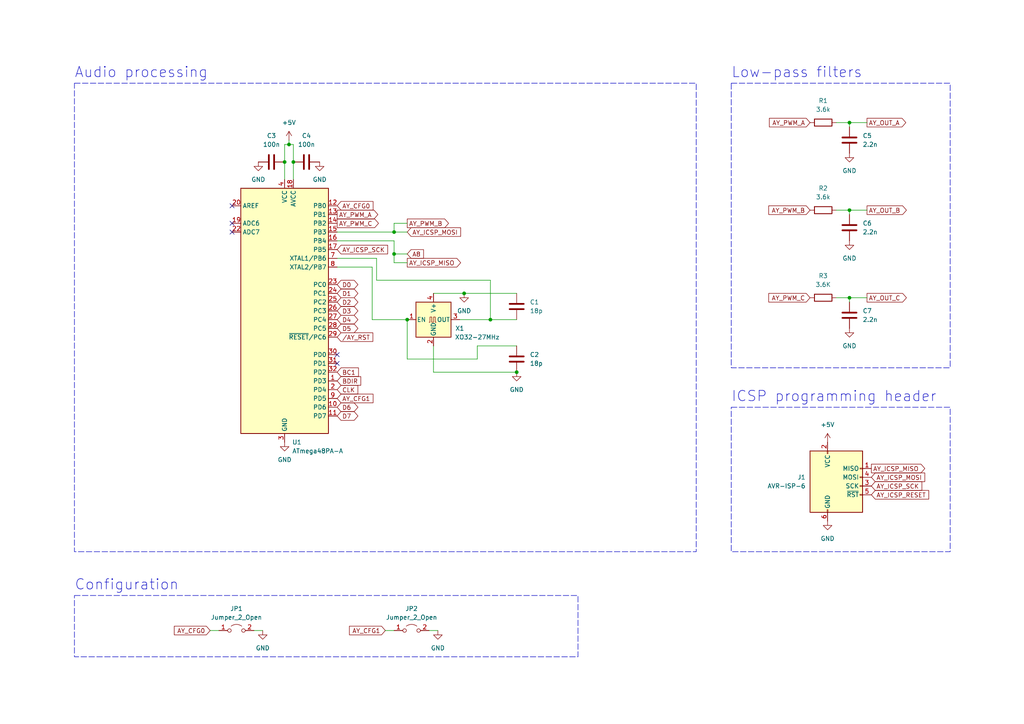
<source format=kicad_sch>
(kicad_sch (version 20230121) (generator eeschema)
  (paper "A4")
  (title_block (title "XANTRONIX Z128 Mainboard—AY-3-8192 Emulation") (company "XANTRONIX Computer"))
  (lib_symbols
    (symbol "Connector:AVR-ISP-6" (pin_names (offset 1.016))
      (property "Reference" "J" (at -6.35 11.43 0))
      (property "Value" "AVR-ISP-6" (at 0 11.43 0))
      (symbol "AVR-ISP-6_0_1"
        (rectangle (start -2.667 -6.858) (end -2.413 -7.62))
        (rectangle (start -2.667 10.16) (end -2.413 9.398))
        (rectangle (start 7.62 -2.413) (end 6.858 -2.667))
        (rectangle (start 7.62 0.127) (end 6.858 -0.127))
        (rectangle (start 7.62 2.667) (end 6.858 2.413))
        (rectangle (start 7.62 5.207) (end 6.858 4.953))
        (rectangle (start 7.62 10.16) (end -7.62 -7.62) (stroke (width 0.254)) (fill (type background)))
      )
      (symbol "AVR-ISP-6_1_1"
        (pin passive line (at 10.16 5.08 180) (length 2.54) (name "MISO") (number "1"))
        (pin passive line (at -2.54 12.7 270) (length 2.54) (name "VCC") (number "2"))
        (pin passive line (at 10.16 0 180) (length 2.54) (name "SCK") (number "3"))
        (pin passive line (at 10.16 2.54 180) (length 2.54) (name "MOSI") (number "4"))
        (pin passive line (at 10.16 -2.54 180) (length 2.54) (name "~{RST}") (number "5"))
        (pin passive line (at -2.54 -10.16 90) (length 2.54) (name "GND") (number "6"))
      )
    )
    (symbol "Device:C" (pin_numbers hide) (pin_names (offset 0.254))
      (property "Reference" "C" (at 0.635 2.54 0))
      (property "Value" "C" (at 0.635 -2.54 0))
      (symbol "C_0_1"
        (polyline (pts (xy -2.032 -0.762) (xy 2.032 -0.762)) (stroke (width 0.508)))
        (polyline (pts (xy -2.032 0.762) (xy 2.032 0.762)) (stroke (width 0.508)))
      )
      (symbol "C_1_1"
        (pin passive line (at 0 3.81 270) (length 2.794) (name "~") (number "1"))
        (pin passive line (at 0 -3.81 90) (length 2.794) (name "~") (number "2"))
      )
    )
    (symbol "Device:R" (pin_numbers hide) (pin_names (offset 0))
      (property "Reference" "R" (at 2.032 0 90))
      (property "Value" "R" (at 0 0 90))
      (symbol "R_0_1"
        (rectangle (start -1.016 -2.54) (end 1.016 2.54) (stroke (width 0.254)))
      )
      (symbol "R_1_1"
        (pin passive line (at 0 3.81 270) (length 1.27) (name "~") (number "1"))
        (pin passive line (at 0 -3.81 90) (length 1.27) (name "~") (number "2"))
      )
    )
    (symbol "Jumper:Jumper_2_Open" (pin_names (offset 0) hide)
      (property "Reference" "JP" (at 0 2.794 0))
      (property "Value" "Jumper_2_Open" (at 0 -2.286 0))
      (symbol "Jumper_2_Open_0_0"
        (circle (center -2.032 0) (radius 0.508))
        (circle (center 2.032 0) (radius 0.508))
      )
      (symbol "Jumper_2_Open_0_1"
        (arc (start 1.524 1.27) (mid 0 1.778) (end -1.524 1.27))
      )
      (symbol "Jumper_2_Open_1_1"
        (pin passive line (at -5.08 0 0) (length 2.54) (name "A") (number "1"))
        (pin passive line (at 5.08 0 180) (length 2.54) (name "B") (number "2"))
      )
    )
    (symbol "MCU_Microchip_ATmega:ATmega48PA-A"
      (property "Reference" "U" (at -12.7 36.83 0))
      (property "Value" "ATmega48PA-A" (at 2.54 -36.83 0))
      (symbol "ATmega48PA-A_0_1"
        (rectangle (start -12.7 -35.56) (end 12.7 35.56) (stroke (width 0.254)) (fill (type background)))
      )
      (symbol "ATmega48PA-A_1_1"
        (pin bidirectional line (at 15.24 -20.32 180) (length 2.54) (name "PD3") (number "1"))
        (pin bidirectional line (at 15.24 -27.94 180) (length 2.54) (name "PD6") (number "10"))
        (pin bidirectional line (at 15.24 -30.48 180) (length 2.54) (name "PD7") (number "11"))
        (pin bidirectional line (at 15.24 30.48 180) (length 2.54) (name "PB0") (number "12"))
        (pin bidirectional line (at 15.24 27.94 180) (length 2.54) (name "PB1") (number "13"))
        (pin bidirectional line (at 15.24 25.4 180) (length 2.54) (name "PB2") (number "14"))
        (pin bidirectional line (at 15.24 22.86 180) (length 2.54) (name "PB3") (number "15"))
        (pin bidirectional line (at 15.24 20.32 180) (length 2.54) (name "PB4") (number "16"))
        (pin bidirectional line (at 15.24 17.78 180) (length 2.54) (name "PB5") (number "17"))
        (pin power_in line (at 2.54 38.1 270) (length 2.54) (name "AVCC") (number "18"))
        (pin input line (at -15.24 25.4 0) (length 2.54) (name "ADC6") (number "19"))
        (pin bidirectional line (at 15.24 -22.86 180) (length 2.54) (name "PD4") (number "2"))
        (pin passive line (at -15.24 30.48 0) (length 2.54) (name "AREF") (number "20"))
        (pin passive line (at 0 -38.1 90) (length 2.54) hide (name "GND") (number "21"))
        (pin input line (at -15.24 22.86 0) (length 2.54) (name "ADC7") (number "22"))
        (pin bidirectional line (at 15.24 7.62 180) (length 2.54) (name "PC0") (number "23"))
        (pin bidirectional line (at 15.24 5.08 180) (length 2.54) (name "PC1") (number "24"))
        (pin bidirectional line (at 15.24 2.54 180) (length 2.54) (name "PC2") (number "25"))
        (pin bidirectional line (at 15.24 0 180) (length 2.54) (name "PC3") (number "26"))
        (pin bidirectional line (at 15.24 -2.54 180) (length 2.54) (name "PC4") (number "27"))
        (pin bidirectional line (at 15.24 -5.08 180) (length 2.54) (name "PC5") (number "28"))
        (pin bidirectional line (at 15.24 -7.62 180) (length 2.54) (name "~{RESET}/PC6") (number "29"))
        (pin power_in line (at 0 -38.1 90) (length 2.54) (name "GND") (number "3"))
        (pin bidirectional line (at 15.24 -12.7 180) (length 2.54) (name "PD0") (number "30"))
        (pin bidirectional line (at 15.24 -15.24 180) (length 2.54) (name "PD1") (number "31"))
        (pin bidirectional line (at 15.24 -17.78 180) (length 2.54) (name "PD2") (number "32"))
        (pin power_in line (at 0 38.1 270) (length 2.54) (name "VCC") (number "4"))
        (pin passive line (at 0 -38.1 90) (length 2.54) hide (name "GND") (number "5"))
        (pin passive line (at 0 38.1 270) (length 2.54) hide (name "VCC") (number "6"))
        (pin bidirectional line (at 15.24 15.24 180) (length 2.54) (name "XTAL1/PB6") (number "7"))
        (pin bidirectional line (at 15.24 12.7 180) (length 2.54) (name "XTAL2/PB7") (number "8"))
        (pin bidirectional line (at 15.24 -25.4 180) (length 2.54) (name "PD5") (number "9"))
      )
    )
    (symbol "Oscillator:XO32" (pin_names (offset 0.254))
      (property "Reference" "X" (at -5.08 6.35 0))
      (property "Value" "XO32" (at 1.27 -6.35 0))
      (symbol "XO32_0_1"
        (rectangle (start -5.08 5.08) (end 5.08 -5.08) (stroke (width 0.254)) (fill (type background)))
        (polyline (pts (xy -1.27 -0.762) (xy -1.016 -0.762) (xy -1.016 0.762) (xy -0.508 0.762) (xy -0.508 -0.762) (xy 0 -0.762) (xy 0 0.762) (xy 0.508 0.762) (xy 0.508 -0.762) (xy 0.762 -0.762)))
      )
      (symbol "XO32_1_1"
        (pin input line (at -7.62 0 0) (length 2.54) (name "EN") (number "1"))
        (pin power_in line (at 0 -7.62 90) (length 2.54) (name "GND") (number "2"))
        (pin output line (at 7.62 0 180) (length 2.54) (name "OUT") (number "3"))
        (pin power_in line (at 0 7.62 270) (length 2.54) (name "V+") (number "4"))
      )
    )
    (symbol "power:+5V" (power) (pin_names (offset 0))
      (property "Value" "+5V" (at 0 3.556 0))
      (symbol "+5V_0_1"
        (polyline (pts (xy -0.762 1.27) (xy 0 2.54)))
        (polyline (pts (xy 0 0) (xy 0 2.54)))
        (polyline (pts (xy 0 2.54) (xy 0.762 1.27)))
      )
      (symbol "+5V_1_1"
        (pin power_in line (at 0 0 90) (length 0) hide (name "+5V") (number "1"))
      )
    )
    (symbol "power:GND" (power) (pin_names (offset 0))
      (property "Value" "GND" (at 0 -3.81 0))
      (symbol "GND_0_1"
        (polyline (pts (xy 0 0) (xy 0 -1.27) (xy 1.27 -1.27) (xy 0 -2.54) (xy -1.27 -1.27) (xy 0 -1.27)))
      )
      (symbol "GND_1_1"
        (pin power_in line (at 0 0 270) (length 0) hide (name "GND") (number "1"))
      )
    )
  )
  (junction (at 82.55 46.99))
  (junction (at 85.09 46.99))
  (junction (at 134.62 85.09))
  (junction (at 149.86 107.95))
  (junction (at 246.38 60.96))
  (junction (at 246.38 86.36))
  (junction (at 114.3 67.31))
  (junction (at 83.82 41.91))
  (junction (at 246.38 35.56))
  (junction (at 142.24 92.71))
  (junction (at 118.11 92.71))
  (junction (at 114.3 73.66))
  (no_connect (at 67.31 59.69))
  (no_connect (at 67.31 64.77))
  (no_connect (at 97.79 105.41))
  (no_connect (at 67.31 67.31))
  (no_connect (at 97.79 102.87))
  (wire (pts (xy 118.11 92.71) (xy 118.11 104.14)))
  (wire (pts (xy 246.38 60.96) (xy 251.46 60.96)))
  (wire (pts (xy 107.95 77.47) (xy 107.95 92.71)))
  (wire (pts (xy 82.55 46.99) (xy 82.55 41.91)))
  (wire (pts (xy 82.55 46.99) (xy 82.55 52.07)))
  (wire (pts (xy 82.55 41.91) (xy 83.82 41.91)))
  (wire (pts (xy 109.22 81.28) (xy 142.24 81.28)))
  (wire (pts (xy 246.38 60.96) (xy 246.38 62.23)))
  (wire (pts (xy 242.57 86.36) (xy 246.38 86.36)))
  (wire (pts (xy 97.79 77.47) (xy 107.95 77.47)))
  (wire (pts (xy 114.3 73.66) (xy 118.11 73.66)))
  (wire (pts (xy 142.24 81.28) (xy 142.24 92.71)))
  (wire (pts (xy 149.86 107.95) (xy 125.73 107.95)))
  (wire (pts (xy 114.3 73.66) (xy 114.3 76.2)))
  (wire (pts (xy 83.82 40.64) (xy 83.82 41.91)))
  (wire (pts (xy 97.79 69.85) (xy 114.3 69.85)))
  (wire (pts (xy 134.62 85.09) (xy 149.86 85.09)))
  (wire (pts (xy 142.24 92.71) (xy 133.35 92.71)))
  (wire (pts (xy 246.38 86.36) (xy 251.46 86.36)))
  (wire (pts (xy 85.09 46.99) (xy 85.09 52.07)))
  (wire (pts (xy 118.11 104.14) (xy 138.43 104.14)))
  (wire (pts (xy 73.66 182.88) (xy 76.2 182.88)))
  (wire (pts (xy 142.24 92.71) (xy 149.86 92.71)))
  (wire (pts (xy 114.3 67.31) (xy 114.3 64.77)))
  (wire (pts (xy 246.38 35.56) (xy 246.38 36.83)))
  (wire (pts (xy 114.3 69.85) (xy 114.3 73.66)))
  (wire (pts (xy 125.73 107.95) (xy 125.73 100.33)))
  (wire (pts (xy 246.38 86.36) (xy 246.38 87.63)))
  (wire (pts (xy 138.43 100.33) (xy 149.86 100.33)))
  (wire (pts (xy 124.46 182.88) (xy 127 182.88)))
  (wire (pts (xy 246.38 35.56) (xy 251.46 35.56)))
  (wire (pts (xy 111.76 182.88) (xy 114.3 182.88)))
  (wire (pts (xy 97.79 67.31) (xy 114.3 67.31)))
  (wire (pts (xy 242.57 35.56) (xy 246.38 35.56)))
  (wire (pts (xy 114.3 76.2) (xy 118.11 76.2)))
  (wire (pts (xy 83.82 41.91) (xy 85.09 41.91)))
  (wire (pts (xy 114.3 67.31) (xy 118.11 67.31)))
  (wire (pts (xy 138.43 104.14) (xy 138.43 100.33)))
  (wire (pts (xy 109.22 74.93) (xy 109.22 81.28)))
  (wire (pts (xy 85.09 41.91) (xy 85.09 46.99)))
  (wire (pts (xy 60.96 182.88) (xy 63.5 182.88)))
  (wire (pts (xy 125.73 85.09) (xy 134.62 85.09)))
  (wire (pts (xy 114.3 64.77) (xy 118.11 64.77)))
  (wire (pts (xy 242.57 60.96) (xy 246.38 60.96)))
  (wire (pts (xy 107.95 92.71) (xy 118.11 92.71)))
  (wire (pts (xy 97.79 74.93) (xy 109.22 74.93)))
  (rectangle (start 212.09 118.11) (end 275.59 160.02) (stroke (width 0) (type dash)))
  (rectangle (start 21.59 24.13) (end 201.93 160.02) (stroke (width 0) (type dash)))
  (rectangle (start 212.09 24.13) (end 275.59 106.68) (stroke (width 0) (type dash)))
  (rectangle (start 21.59 172.72) (end 167.64 190.5) (stroke (width 0) (type dash)))
  (text "Configuration" (at 21.59 171.45 0) (effects (font (size 3 3)) (justify left bottom)))
  (text "Audio processing" (at 21.59 22.86 0) (effects (font (size 3 3)) (justify left bottom)))
  (text "ICSP programming header\n" (at 212.09 116.84 0) (effects (font (size 3 3)) (justify left bottom)))
  (text "Low-pass filters" (at 212.09 22.86 0) (effects (font (size 3 3)) (justify left bottom)))
  (global_label "BC1" (shape input) (at 97.79 107.95 0) (property "Intersheetrefs" "${INTERSHEET_REFS}" (effects hide)))
  (global_label "AY_ICSP_MOSI" (shape input) (at 118.11 67.31 0) (property "Intersheetrefs" "${INTERSHEET_REFS}" (effects hide)))
  (global_label "AY_OUT_C" (shape output) (at 251.46 86.36 0) (property "Intersheetrefs" "${INTERSHEET_REFS}" (effects hide)))
  (global_label "D3" (shape bidirectional) (at 97.79 90.17 0) (property "Intersheetrefs" "${INTERSHEET_REFS}" (effects hide)))
  (global_label "AY_PWM_C" (shape input) (at 234.95 86.36 180) (property "Intersheetrefs" "${INTERSHEET_REFS}" (effects hide)))
  (global_label "D5" (shape bidirectional) (at 97.79 95.25 0) (property "Intersheetrefs" "${INTERSHEET_REFS}" (effects hide)))
  (global_label "AY_ICSP_RESET" (shape input) (at 252.73 143.51 0) (property "Intersheetrefs" "${INTERSHEET_REFS}" (effects hide)))
  (global_label "{slash}AY_RST" (shape input) (at 97.79 97.79 0) (property "Intersheetrefs" "${INTERSHEET_REFS}" (effects hide)))
  (global_label "AY_CFG1" (shape input) (at 111.76 182.88 180) (property "Intersheetrefs" "${INTERSHEET_REFS}" (effects hide)))
  (global_label "AY_PWM_B" (shape input) (at 234.95 60.96 180) (property "Intersheetrefs" "${INTERSHEET_REFS}" (effects hide)))
  (global_label "AY_PWM_B" (shape output) (at 118.11 64.77 0) (property "Intersheetrefs" "${INTERSHEET_REFS}" (effects hide)))
  (global_label "D4" (shape bidirectional) (at 97.79 92.71 0) (property "Intersheetrefs" "${INTERSHEET_REFS}" (effects hide)))
  (global_label "D2" (shape bidirectional) (at 97.79 87.63 0) (property "Intersheetrefs" "${INTERSHEET_REFS}" (effects hide)))
  (global_label "AY_ICSP_MOSI" (shape input) (at 252.73 138.43 0) (property "Intersheetrefs" "${INTERSHEET_REFS}" (effects hide)))
  (global_label "BDIR" (shape input) (at 97.79 110.49 0) (property "Intersheetrefs" "${INTERSHEET_REFS}" (effects hide)))
  (global_label "D6" (shape bidirectional) (at 97.79 118.11 0) (property "Intersheetrefs" "${INTERSHEET_REFS}" (effects hide)))
  (global_label "AY_PWM_A" (shape output) (at 97.79 62.23 0) (property "Intersheetrefs" "${INTERSHEET_REFS}" (effects hide)))
  (global_label "AY_ICSP_MISO" (shape output) (at 118.11 76.2 0) (property "Intersheetrefs" "${INTERSHEET_REFS}" (effects hide)))
  (global_label "AY_ICSP_MISO" (shape output) (at 252.73 135.89 0) (property "Intersheetrefs" "${INTERSHEET_REFS}" (effects hide)))
  (global_label "AY_ICSP_SCK" (shape input) (at 252.73 140.97 0) (property "Intersheetrefs" "${INTERSHEET_REFS}" (effects hide)))
  (global_label "A8" (shape input) (at 118.11 73.66 0) (property "Intersheetrefs" "${INTERSHEET_REFS}" (effects hide)))
  (global_label "CLK" (shape input) (at 97.79 113.03 0) (property "Intersheetrefs" "${INTERSHEET_REFS}" (effects hide)))
  (global_label "AY_CFG1" (shape input) (at 97.79 115.57 0) (property "Intersheetrefs" "${INTERSHEET_REFS}" (effects hide)))
  (global_label "AY_CFG0" (shape input) (at 97.79 59.69 0) (property "Intersheetrefs" "${INTERSHEET_REFS}" (effects hide)))
  (global_label "AY_OUT_A" (shape output) (at 251.46 35.56 0) (property "Intersheetrefs" "${INTERSHEET_REFS}" (effects hide)))
  (global_label "D0" (shape bidirectional) (at 97.79 82.55 0) (property "Intersheetrefs" "${INTERSHEET_REFS}" (effects hide)))
  (global_label "AY_ICSP_SCK" (shape input) (at 97.79 72.39 0) (property "Intersheetrefs" "${INTERSHEET_REFS}" (effects hide)))
  (global_label "AY_PWM_C" (shape output) (at 97.79 64.77 0) (property "Intersheetrefs" "${INTERSHEET_REFS}" (effects hide)))
  (global_label "D1" (shape bidirectional) (at 97.79 85.09 0) (property "Intersheetrefs" "${INTERSHEET_REFS}" (effects hide)))
  (global_label "D7" (shape bidirectional) (at 97.79 120.65 0) (property "Intersheetrefs" "${INTERSHEET_REFS}" (effects hide)))
  (global_label "AY_PWM_A" (shape input) (at 234.95 35.56 180) (property "Intersheetrefs" "${INTERSHEET_REFS}" (effects hide)))
  (global_label "AY_OUT_B" (shape output) (at 251.46 60.96 0) (property "Intersheetrefs" "${INTERSHEET_REFS}" (effects hide)))
  (global_label "AY_CFG0" (shape input) (at 60.96 182.88 180) (property "Intersheetrefs" "${INTERSHEET_REFS}" (effects hide)))
  (symbol (lib_id "Device:R") (at 238.76 86.36 270) (unit 1)
    (property "Reference" "R3" (at 238.76 80.01 90))
    (property "Value" "3.6K" (at 238.76 82.55 90))
  )
  (symbol (lib_id "power:GND") (at 134.62 85.09 0) (unit 1)
    (property "Reference" "#PWR06" (effects hide))
    (property "Value" "GND" (at 134.62 90.17 0))
  )
  (symbol (lib_id "power:GND") (at 74.93 46.99 0) (unit 1)
    (property "Reference" "#PWR07" (effects hide))
    (property "Value" "GND" (at 74.93 52.07 0))
  )
  (symbol (lib_id "Jumper:Jumper_2_Open") (at 68.58 182.88 0) (unit 1)
    (property "Reference" "JP1" (at 68.58 176.53 0))
    (property "Value" "Jumper_2_Open" (at 68.58 179.07 0))
  )
  (symbol (lib_id "power:+5V") (at 83.82 40.64 0) (unit 1)
    (property "Reference" "#PWR01" (effects hide))
    (property "Value" "+5V" (at 83.82 35.56 0))
  )
  (symbol (lib_id "Device:C") (at 149.86 88.9 0) (unit 1)
    (property "Reference" "C1" (at 153.67 87.63 0) (effects (justify left)))
    (property "Value" "18p" (at 153.67 90.17 0) (effects (justify left)))
  )
  (symbol (lib_id "Device:C") (at 246.38 66.04 0) (unit 1)
    (property "Reference" "C6" (at 250.19 64.77 0) (effects (justify left)))
    (property "Value" "2.2n" (at 250.19 67.31 0) (effects (justify left)))
  )
  (symbol (lib_id "power:GND") (at 246.38 69.85 0) (unit 1)
    (property "Reference" "#PWR010" (effects hide))
    (property "Value" "GND" (at 246.38 74.93 0))
  )
  (symbol (lib_id "Device:C") (at 246.38 40.64 0) (unit 1)
    (property "Reference" "C5" (at 250.19 39.37 0) (effects (justify left)))
    (property "Value" "2.2n" (at 250.19 41.91 0) (effects (justify left)))
  )
  (symbol (lib_id "Oscillator:XO32") (at 125.73 92.71 0) (unit 1)
    (property "Reference" "X1" (at 133.35 95.25 0))
    (property "Value" "XO32-27MHz" (at 138.43 97.79 0))
    (property "Footprint" "Oscillator:Oscillator_SMD_EuroQuartz_XO32-4Pin_3.2x2.5mm" (effects hide))
    (property "Datasheet" "http://cdn-reichelt.de/documents/datenblatt/B400/XO32.pdf" (effects hide))
  )
  (symbol (lib_id "MCU_Microchip_ATmega:ATmega48PA-A") (at 82.55 90.17 0) (unit 1)
    (property "Reference" "U1" (at 84.7441 128.27 0) (effects (justify left)))
    (property "Value" "ATmega48PA-A" (at 84.7441 130.81 0) (effects (justify left)))
    (property "Footprint" "Package_QFP:TQFP-32_7x7mm_P0.8mm" (effects hide))
    (property "Datasheet" "http://ww1.microchip.com/downloads/en/DeviceDoc/ATmega48PA_88PA_168PA-Data-Sheet-40002011A.pdf" (effects hide))
  )
  (symbol (lib_id "Device:C") (at 78.74 46.99 90) (unit 1)
    (property "Reference" "C3" (at 78.74 39.37 90))
    (property "Value" "100n" (at 78.74 41.91 90))
  )
  (symbol (lib_id "power:GND") (at 149.86 107.95 0) (unit 1)
    (property "Reference" "#PWR05" (effects hide))
    (property "Value" "GND" (at 149.86 113.03 0))
  )
  (symbol (lib_id "Device:R") (at 238.76 60.96 270) (unit 1)
    (property "Reference" "R2" (at 238.76 54.61 90))
    (property "Value" "3.6k" (at 238.76 57.15 90))
  )
  (symbol (lib_id "power:GND") (at 76.2 182.88 0) (unit 1)
    (property "Reference" "#PWR012" (effects hide))
    (property "Value" "GND" (at 76.2 187.96 0))
  )
  (symbol (lib_id "Device:R") (at 238.76 35.56 270) (unit 1)
    (property "Reference" "R1" (at 238.76 29.21 90))
    (property "Value" "3.6k" (at 238.76 31.75 90))
  )
  (symbol (lib_id "Device:C") (at 149.86 104.14 0) (unit 1)
    (property "Reference" "C2" (at 153.67 102.87 0) (effects (justify left)))
    (property "Value" "18p" (at 153.67 105.41 0) (effects (justify left)))
  )
  (symbol (lib_id "power:+5V") (at 240.03 128.27 0) (unit 1)
    (property "Reference" "#PWR03" (effects hide))
    (property "Value" "+5V" (at 240.03 123.19 0))
  )
  (symbol (lib_id "power:GND") (at 82.55 128.27 0) (unit 1)
    (property "Reference" "#PWR02" (effects hide))
    (property "Value" "GND" (at 82.55 133.35 0))
  )
  (symbol (lib_id "power:GND") (at 246.38 44.45 0) (unit 1)
    (property "Reference" "#PWR09" (effects hide))
    (property "Value" "GND" (at 246.38 49.53 0))
  )
  (symbol (lib_id "Jumper:Jumper_2_Open") (at 119.38 182.88 0) (unit 1)
    (property "Reference" "JP2" (at 119.38 176.53 0))
    (property "Value" "Jumper_2_Open" (at 119.38 179.07 0))
  )
  (symbol (lib_id "Device:C") (at 88.9 46.99 90) (unit 1)
    (property "Reference" "C4" (at 88.9 39.37 90))
    (property "Value" "100n" (at 88.9 41.91 90))
  )
  (symbol (lib_id "power:GND") (at 240.03 151.13 0) (unit 1)
    (property "Reference" "#PWR04" (effects hide))
    (property "Value" "GND" (at 240.03 156.21 0))
  )
  (symbol (lib_id "power:GND") (at 246.38 95.25 0) (unit 1)
    (property "Reference" "#PWR011" (effects hide))
    (property "Value" "GND" (at 246.38 100.33 0))
  )
  (symbol (lib_id "Device:C") (at 246.38 91.44 180) (unit 1)
    (property "Reference" "C7" (at 250.19 90.17 0) (effects (justify right)))
    (property "Value" "2.2n" (at 250.19 92.71 0) (effects (justify right)))
  )
  (symbol (lib_id "Connector:AVR-ISP-6") (at 242.57 140.97 0) (unit 1)
    (property "Reference" "J1" (at 233.68 138.43 0) (effects (justify right)))
    (property "Value" "AVR-ISP-6" (at 233.68 140.97 0) (effects (justify right)))
    (property "Datasheet" " ~" (effects hide))
  )
  (symbol (lib_id "power:GND") (at 92.71 46.99 0) (unit 1)
    (property "Reference" "#PWR08" (effects hide))
    (property "Value" "GND" (at 92.71 52.07 0))
  )
  (symbol (lib_id "power:GND") (at 127 182.88 0) (unit 1)
    (property "Reference" "#PWR013" (effects hide))
    (property "Value" "GND" (at 127 187.96 0))
  )
)
</source>
